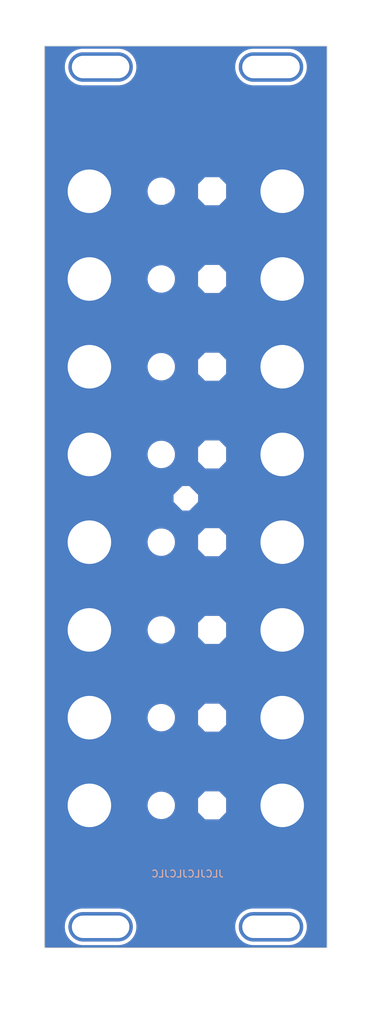
<source format=kicad_pcb>
(kicad_pcb (version 20221018) (generator pcbnew)
  (layers (0 "F.Cu" signal) (31 "B.Cu" signal) (34 "B.Paste" user) (35 "F.Paste" user) (36 "B.SilkS" user "B.Silkscreen") (37 "F.SilkS" user "F.Silkscreen") (38 "B.Mask" user) (39 "F.Mask" user) (44 "Edge.Cuts" user))
  (net 0 "")
  (net 1 "GND")
  (net 2 "Net-(J1-Pad1)")
  (net 3 "Net-(J2-Pad1)")
  (net 4 "Net-(J3-Pad1)")
  (net 5 "Net-(J4-Pad1)")
  (footprint "Custom_FP:TactileHole" (layer "F.Cu") (at 92.85 132.2)
    (fp_text reference "H1" hide)
    (fp_text value "MountingHole" hide)
    (pad "" np_thru_hole circle (at 0 0) (size 3.4 3.4) (drill 3.4) (layers "*.Cu" "*.Mask"))
  )
  (footprint "Custom_FP:TactileHole" (layer "F.Cu") (at 92.85 69.7)
    (fp_text reference "H2" hide)
    (fp_text value "MountingHole" hide)
    (pad "" np_thru_hole circle (at 0 0) (size 3.4 3.4) (drill 3.4) (layers "*.Cu" "*.Mask"))
  )
  (footprint "Custom_FP:TactileHole" (layer "F.Cu") (at 92.85 144.7)
    (fp_text reference "H3" hide)
    (fp_text value "MountingHole" hide)
    (pad "" np_thru_hole circle (at 0 0) (size 3.4 3.4) (drill 3.4) (layers "*.Cu" "*.Mask"))
  )
  (footprint "Custom_FP:TactileHole" (layer "F.Cu") (at 92.85 82.2)
    (fp_text reference "H4" hide)
    (fp_text value "MountingHole" hide)
    (pad "" np_thru_hole circle (at 0 0) (size 3.4 3.4) (drill 3.4) (layers "*.Cu" "*.Mask"))
  )
  (footprint "Custom_FP:TactileHole" (layer "F.Cu") (at 92.85 107.2)
    (fp_text reference "H5" hide)
    (fp_text value "MountingHole" hide)
    (pad "" np_thru_hole circle (at 0 0) (size 3.4 3.4) (drill 3.4) (layers "*.Cu" "*.Mask"))
  )
  (footprint "Custom_FP:TactileHole" (layer "F.Cu") (at 92.85 94.7)
    (fp_text reference "H6" hide)
    (fp_text value "MountingHole" hide)
    (pad "" np_thru_hole circle (at 0 0) (size 3.4 3.4) (drill 3.4) (layers "*.Cu" "*.Mask"))
  )
  (footprint "Custom_FP:TactileHole" (layer "F.Cu") (at 92.85 119.7)
    (fp_text reference "H7" hide)
    (fp_text value "MountingHole" hide)
    (pad "" np_thru_hole circle (at 0 0) (size 3.4 3.4) (drill 3.4) (layers "*.Cu" "*.Mask"))
  )
  (footprint "Custom_FP:TactileHole" (layer "F.Cu") (at 92.85 57.2)
    (fp_text reference "H8" hide)
    (fp_text value "MountingHole" hide)
    (pad "" np_thru_hole circle (at 0 0) (size 3.4 3.4) (drill 3.4) (layers "*.Cu" "*.Mask"))
  )
  (footprint "Custom_FP:Wide_M3" (layer "F.Cu") (at 108.5 162)
    (fp_text reference "J1" hide)
    (fp_text value "Screw_Terminal_01x01")
    (pad "1" thru_hole oval (at 0 0) (size 9.2 4.2) (drill oval 8.2 3.2) (layers "*.Cu" "*.Mask") (net 2 "Net-(J1-Pad1)"))
  )
  (footprint "Custom_FP:Wide_M3" (layer "F.Cu") (at 108.5 39.5)
    (fp_text reference "J2" hide)
    (fp_text value "Screw_Terminal_01x01")
    (pad "1" thru_hole oval (at 0 0) (size 9.2 4.2) (drill oval 8.2 3.2) (layers "*.Cu" "*.Mask") (net 3 "Net-(J2-Pad1)"))
  )
  (footprint "Custom_FP:Wide_M3" (layer "F.Cu") (at 84.2 39.5)
    (fp_text reference "J3" hide)
    (fp_text value "Screw_Terminal_01x01")
    (pad "1" thru_hole oval (at 0 0) (size 9.2 4.2) (drill oval 8.2 3.2) (layers "*.Cu" "*.Mask") (net 4 "Net-(J3-Pad1)"))
  )
  (footprint "Custom_FP:Wide_M3" (layer "F.Cu") (at 84.2 162)
    (fp_text reference "J4" hide)
    (fp_text value "Screw_Terminal_01x01")
    (pad "1" thru_hole oval (at 0 0) (size 9.2 4.2) (drill oval 8.2 3.2) (layers "*.Cu" "*.Mask") (net 5 "Net-(J4-Pad1)"))
  )
  (footprint "Custom_FP:MountingHole_PJ398SM" (layer "F.Cu") (at 82.6 82.2)
    (fp_text reference "J5" hide)
    (fp_text value "Screw_Terminal_01x01")
    (pad "1" thru_hole circle (at 0 0) (size 7.2 7.2) (drill 6.2) (layers "*.Cu" "*.Mask") (net 1 "GND"))
  )
  (footprint "Custom_FP:MountingHole_PJ398SM" (layer "F.Cu") (at 110.1 107.2)
    (fp_text reference "J6" hide)
    (fp_text value "Screw_Terminal_01x01")
    (pad "1" thru_hole circle (at 0 0) (size 7.2 7.2) (drill 6.2) (layers "*.Cu" "*.Mask") (net 1 "GND"))
  )
  (footprint "Custom_FP:MountingHole_PJ398SM" (layer "F.Cu") (at 82.6 94.7)
    (fp_text reference "J7" hide)
    (fp_text value "Screw_Terminal_01x01")
    (pad "1" thru_hole circle (at 0 0) (size 7.2 7.2) (drill 6.2) (layers "*.Cu" "*.Mask") (net 1 "GND"))
  )
  (footprint "Custom_FP:MountingHole_PJ398SM" (layer "F.Cu") (at 82.6 69.7)
    (fp_text reference "J8" hide)
    (fp_text value "Screw_Terminal_01x01")
    (pad "1" thru_hole circle (at 0 0) (size 7.2 7.2) (drill 6.2) (layers "*.Cu" "*.Mask") (net 1 "GND"))
  )
  (footprint "Custom_FP:MountingHole_PJ398SM" (layer "F.Cu") (at 110.1 94.7)
    (fp_text reference "J9" hide)
    (fp_text value "Screw_Terminal_01x01")
    (pad "1" thru_hole circle (at 0 0) (size 7.2 7.2) (drill 6.2) (layers "*.Cu" "*.Mask") (net 1 "GND"))
  )
  (footprint "Custom_FP:MountingHole_PJ398SM" (layer "F.Cu") (at 82.6 107.2)
    (fp_text reference "J10" hide)
    (fp_text value "Screw_Terminal_01x01")
    (pad "1" thru_hole circle (at 0 0) (size 7.2 7.2) (drill 6.2) (layers "*.Cu" "*.Mask") (net 1 "GND"))
  )
  (footprint "Custom_FP:MountingHole_PJ398SM" (layer "F.Cu") (at 82.6 57.2)
    (fp_text reference "J11" hide)
    (fp_text value "Screw_Terminal_01x01")
    (pad "1" thru_hole circle (at 0 0) (size 7.2 7.2) (drill 6.2) (layers "*.Cu" "*.Mask") (net 1 "GND"))
  )
  (footprint "Custom_FP:MountingHole_PJ398SM" (layer "F.Cu") (at 110.1 82.2)
    (fp_text reference "J12" hide)
    (fp_text value "Screw_Terminal_01x01")
    (pad "1" thru_hole circle (at 0 0) (size 7.2 7.2) (drill 6.2) (layers "*.Cu" "*.Mask") (net 1 "GND"))
  )
  (footprint "Custom_FP:MountingHole_PJ398SM" (layer "F.Cu") (at 82.6 119.7)
    (fp_text reference "J13" hide)
    (fp_text value "Screw_Terminal_01x01")
    (pad "1" thru_hole circle (at 0 0) (size 7.2 7.2) (drill 6.2) (layers "*.Cu" "*.Mask") (net 1 "GND"))
  )
  (footprint "Custom_FP:MountingHole_PJ398SM" (layer "F.Cu") (at 110.1 132.2)
    (fp_text reference "J14" hide)
    (fp_text value "Screw_Terminal_01x01")
    (pad "1" thru_hole circle (at 0 0) (size 7.2 7.2) (drill 6.2) (layers "*.Cu" "*.Mask") (net 1 "GND"))
  )
  (footprint "Custom_FP:MountingHole_PJ398SM" (layer "F.Cu") (at 110.1 69.7)
    (fp_text reference "J15" hide)
    (fp_text value "Screw_Terminal_01x01")
    (pad "1" thru_hole circle (at 0 0) (size 7.2 7.2) (drill 6.2) (layers "*.Cu" "*.Mask") (net 1 "GND"))
  )
  (footprint "Custom_FP:MountingHole_PJ398SM" (layer "F.Cu") (at 82.6 132.2)
    (fp_text reference "J16" hide)
    (fp_text value "Screw_Terminal_01x01")
    (pad "1" thru_hole circle (at 0 0) (size 7.2 7.2) (drill 6.2) (layers "*.Cu" "*.Mask") (net 1 "GND"))
  )
  (footprint "Custom_FP:MountingHole_PJ398SM" (layer "F.Cu") (at 110.1 57.2)
    (fp_text reference "J18" hide)
    (fp_text value "Screw_Terminal_01x01")
    (pad "1" thru_hole circle (at 0 0) (size 7.2 7.2) (drill 6.2) (layers "*.Cu" "*.Mask") (net 1 "GND"))
  )
  (footprint "Custom_FP:MountingHole_PJ398SM" (layer "F.Cu") (at 110.1 144.7)
    (fp_text reference "J19" hide)
    (fp_text value "Screw_Terminal_01x01")
    (pad "1" thru_hole circle (at 0 0) (size 7.2 7.2) (drill 6.2) (layers "*.Cu" "*.Mask") (net 1 "GND"))
  )
  (footprint "Custom_FP:MountingHole_PJ398SM" (layer "F.Cu") (at 110.1 119.7)
    (fp_text reference "J20" hide)
    (fp_text value "Screw_Terminal_01x01")
    (pad "1" thru_hole circle (at 0 0) (size 7.2 7.2) (drill 6.2) (layers "*.Cu" "*.Mask") (net 1 "GND"))
  )
  (footprint "Custom_FP:MountingHole_PJ398SM" (layer "F.Cu") (at 82.6 144.7)
    (fp_text reference "J17" hide)
    (fp_text value "Screw_Terminal_01x01")
    (pad "1" thru_hole circle (at 0 0) (size 7.2 7.2) (drill 6.2) (layers "*.Cu" "*.Mask") (net 1 "GND"))
  )
  (gr_line (start 116.5 36.5) (end 116.5 165) (stroke (width 0.1)) (layer "Edge.Cuts"))
  (gr_line (start 76.2 165) (end 116.5 165) (stroke (width 0.1)) (layer "Edge.Cuts"))
  (gr_line (start 76.2 36.5) (end 116.5 36.5) (stroke (width 0.1)) (layer "Edge.Cuts"))
  (gr_line (start 76.2 165) (end 76.2 36.5) (stroke (width 0.1)) (layer "Edge.Cuts"))
  (gr_text "JLCJLCJLCJLC" (at 96.6 154.45) (layer "B.SilkS") (effects (font (size 1 1)) (justify mirror)))
  (zone (net 1) (net_name "GND") (layer "F.Cu") (connect_pads yes (clearance 0.508)) (min_thickness 0.254) (fill yes (thermal_gap 0.508) (thermal_bridge_width 0.508))
    (polygon (pts (xy 119.1 34.95) (xy 123.1 172.45) (xy 72.1 170.95) (xy 69.85 29.95)))
  )
  (zone (net 0) (net_name "") (layers "F&B.Cu") (connect_pads (clearance 0)) (min_thickness 0.254)
    (keepout (tracks not_allowed) (vias not_allowed) (pads allowed) (copperpour not_allowed) (footprints allowed))
    (fill (thermal_gap 0.508) (thermal_bridge_width 0.508))
    (polygon (pts (xy 102.1 68.7) (xy 102.1 70.7) (xy 101.1 71.7) (xy 99.1 71.7) (xy 98.1 70.7) (xy 98.1 68.7) (xy 99.1 67.7) (xy 101.1 67.7)))
  )
  (zone (net 0) (net_name "") (layers "F&B.Cu") (connect_pads (clearance 0)) (min_thickness 0.254)
    (keepout (tracks not_allowed) (vias not_allowed) (pads allowed) (copperpour not_allowed) (footprints allowed))
    (fill (thermal_gap 0.508) (thermal_bridge_width 0.508))
    (polygon (pts (xy 102.1 81.2) (xy 102.1 83.2) (xy 101.1 84.2) (xy 99.1 84.2) (xy 98.1 83.2) (xy 98.1 81.2) (xy 99.1 80.2) (xy 101.1 80.2)))
  )
  (zone (net 0) (net_name "") (layers "F&B.Cu") (connect_pads (clearance 0)) (min_thickness 0.254)
    (keepout (tracks not_allowed) (vias not_allowed) (pads allowed) (copperpour not_allowed) (footprints allowed))
    (fill (thermal_gap 0.508) (thermal_bridge_width 0.508))
    (polygon (pts (xy 98.1 100.45) (xy 98.1 101.45) (xy 96.85 102.7) (xy 95.85 102.7) (xy 94.6 101.45) (xy 94.6 100.45) (xy 95.85 99.2) (xy 96.85 99.2)))
  )
  (zone (net 0) (net_name "") (layers "F&B.Cu") (connect_pads (clearance 0)) (min_thickness 0.254)
    (keepout (tracks not_allowed) (vias not_allowed) (pads allowed) (copperpour not_allowed) (footprints allowed))
    (fill (thermal_gap 0.508) (thermal_bridge_width 0.508))
    (polygon (pts (xy 102.1 106.2) (xy 102.1 108.2) (xy 101.1 109.2) (xy 99.1 109.2) (xy 98.1 108.2) (xy 98.1 106.2) (xy 99.1 105.2) (xy 101.1 105.2)))
  )
  (zone (net 0) (net_name "") (layers "F&B.Cu") (connect_pads (clearance 0)) (min_thickness 0.254)
    (keepout (tracks not_allowed) (vias not_allowed) (pads allowed) (copperpour not_allowed) (footprints allowed))
    (fill (thermal_gap 0.508) (thermal_bridge_width 0.508))
    (polygon (pts (xy 102.1 131.2) (xy 102.1 133.2) (xy 101.1 134.2) (xy 99.1 134.2) (xy 98.1 133.2) (xy 98.1 131.2) (xy 99.1 130.2) (xy 101.1 130.2)))
  )
  (zone (net 0) (net_name "") (layers "F&B.Cu") (connect_pads (clearance 0)) (min_thickness 0.254)
    (keepout (tracks not_allowed) (vias not_allowed) (pads allowed) (copperpour not_allowed) (footprints allowed))
    (fill (thermal_gap 0.508) (thermal_bridge_width 0.508))
    (polygon (pts (xy 102.1 143.7) (xy 102.1 145.7) (xy 101.1 146.7) (xy 99.1 146.7) (xy 98.1 145.7) (xy 98.1 143.7) (xy 99.1 142.7) (xy 101.1 142.7)))
  )
  (zone (net 0) (net_name "") (layers "F&B.Cu") (connect_pads (clearance 0)) (min_thickness 0.254)
    (keepout (tracks not_allowed) (vias not_allowed) (pads allowed) (copperpour not_allowed) (footprints allowed))
    (fill (thermal_gap 0.508) (thermal_bridge_width 0.508))
    (polygon (pts (xy 102.1 56.2) (xy 102.1 58.2) (xy 101.1 59.2) (xy 99.1 59.2) (xy 98.1 58.2) (xy 98.1 56.2) (xy 99.1 55.2) (xy 101.1 55.2)))
  )
  (zone (net 0) (net_name "") (layers "F&B.Cu") (connect_pads (clearance 0)) (min_thickness 0.254)
    (keepout (tracks not_allowed) (vias not_allowed) (pads allowed) (copperpour not_allowed) (footprints allowed))
    (fill (thermal_gap 0.508) (thermal_bridge_width 0.508))
    (polygon (pts (xy 102.1 93.7) (xy 102.1 95.7) (xy 101.1 96.7) (xy 99.1 96.7) (xy 98.1 95.7) (xy 98.1 93.7) (xy 99.1 92.7) (xy 101.1 92.7)))
  )
  (zone (net 0) (net_name "") (layers "F&B.Cu") (connect_pads (clearance 0)) (min_thickness 0.254)
    (keepout (tracks not_allowed) (vias not_allowed) (pads allowed) (copperpour not_allowed) (footprints allowed))
    (fill (thermal_gap 0.508) (thermal_bridge_width 0.508))
    (polygon (pts (xy 102.1 118.7) (xy 102.1 120.7) (xy 101.1 121.7) (xy 99.1 121.7) (xy 98.1 120.7) (xy 98.1 118.7) (xy 99.1 117.7) (xy 101.1 117.7)))
  )
  (zone (net 1) (net_name "GND") (layer "B.Cu") (connect_pads yes (clearance 0.508)) (min_thickness 0.254) (fill yes (thermal_gap 0.508) (thermal_bridge_width 0.508))
    (polygon (pts (xy 121.85 32.2) (xy 124.35 170.95) (xy 71.85 175.7) (xy 70.1 31.45)))
  )
)
</source>
